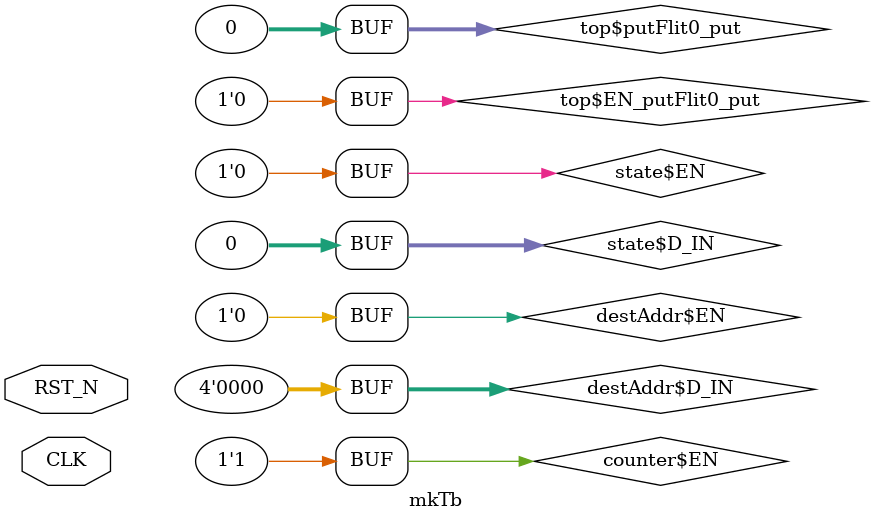
<source format=v>

`ifdef BSV_ASSIGNMENT_DELAY
`else
  `define BSV_ASSIGNMENT_DELAY
`endif

`ifdef BSV_POSITIVE_RESET
  `define BSV_RESET_VALUE 1'b1
  `define BSV_RESET_EDGE posedge
`else
  `define BSV_RESET_VALUE 1'b0
  `define BSV_RESET_EDGE negedge
`endif

module mkTb(CLK,
	    RST_N);
  input  CLK;
  input  RST_N;

  // register counter
  reg [31 : 0] counter;
  wire [31 : 0] counter$D_IN;
  wire counter$EN;

  // register destAddr
  reg [3 : 0] destAddr;
  wire [3 : 0] destAddr$D_IN;
  wire destAddr$EN;

  // register state
  reg [31 : 0] state;
  wire [31 : 0] state$D_IN;
  wire state$EN;

  // ports of submodule top
  wire [31 : 0] top$getFlit0_get, top$putFlit0_put;
  wire top$EN_getFlit0_get, top$EN_putFlit0_put, top$RDY_getFlit0_get;

  // submodule top
  mkMFpgaTop top(.CLK(CLK),
		 .RST_N(RST_N),
		 .putFlit0_put(top$putFlit0_put),
		 .EN_putFlit0_put(top$EN_putFlit0_put),
		 .EN_getFlit0_get(top$EN_getFlit0_get),
		 .RDY_putFlit0_put(),
		 .getFlit0_get(top$getFlit0_get),
		 .RDY_getFlit0_get(top$RDY_getFlit0_get));

  // register counter
  assign counter$D_IN = counter + 32'd1 ;
  assign counter$EN = 1'd1 ;

  // register destAddr
  assign destAddr$D_IN = 4'h0 ;
  assign destAddr$EN = 1'b0 ;

  // register state
  assign state$D_IN = 32'h0 ;
  assign state$EN = 1'b0 ;

  // submodule top
  assign top$putFlit0_put = 32'h0 ;
  assign top$EN_putFlit0_put = 1'b0 ;
  assign top$EN_getFlit0_get = top$RDY_getFlit0_get ;

  // handling of inlined registers

  always@(posedge CLK)
  begin
    if (RST_N == `BSV_RESET_VALUE)
      begin
        counter <= `BSV_ASSIGNMENT_DELAY 32'd0;
	destAddr <= `BSV_ASSIGNMENT_DELAY 4'd1;
	state <= `BSV_ASSIGNMENT_DELAY 32'd0;
      end
    else
      begin
        if (counter$EN) counter <= `BSV_ASSIGNMENT_DELAY counter$D_IN;
	if (destAddr$EN) destAddr <= `BSV_ASSIGNMENT_DELAY destAddr$D_IN;
	if (state$EN) state <= `BSV_ASSIGNMENT_DELAY state$D_IN;
      end
  end

  // synopsys translate_off
  `ifdef BSV_NO_INITIAL_BLOCKS
  `else // not BSV_NO_INITIAL_BLOCKS
  initial
  begin
    counter = 32'hAAAAAAAA;
    destAddr = 4'hA;
    state = 32'hAAAAAAAA;
  end
  `endif // BSV_NO_INITIAL_BLOCKS
  // synopsys translate_on

  // handling of system tasks

  // synopsys translate_off
  always@(negedge CLK)
  begin
    #0;
    if (RST_N != `BSV_RESET_VALUE) if (top$RDY_getFlit0_get) $write("PORT0 ");
    if (RST_N != `BSV_RESET_VALUE)
      if (top$RDY_getFlit0_get) $write("Flit { ", "valid: ");
    if (RST_N != `BSV_RESET_VALUE)
      if (top$RDY_getFlit0_get) $write("'h%h", top$getFlit0_get[31]);
    if (RST_N != `BSV_RESET_VALUE)
      if (top$RDY_getFlit0_get) $write(", ", "is_tail: ");
    if (RST_N != `BSV_RESET_VALUE)
      if (top$RDY_getFlit0_get) $write("'h%h", top$getFlit0_get[30]);
    if (RST_N != `BSV_RESET_VALUE)
      if (top$RDY_getFlit0_get) $write(", ", "destAddr: ");
    if (RST_N != `BSV_RESET_VALUE)
      if (top$RDY_getFlit0_get) $write("'h%h", top$getFlit0_get[29:26]);
    if (RST_N != `BSV_RESET_VALUE)
      if (top$RDY_getFlit0_get) $write(", ", "vc: ");
    if (RST_N != `BSV_RESET_VALUE)
      if (top$RDY_getFlit0_get) $write("'h%h", top$getFlit0_get[25]);
    if (RST_N != `BSV_RESET_VALUE)
      if (top$RDY_getFlit0_get) $write(", ", "data: ");
    if (RST_N != `BSV_RESET_VALUE)
      if (top$RDY_getFlit0_get) $write("'h%h", top$getFlit0_get[24:0], " }");
    if (RST_N != `BSV_RESET_VALUE)
      if (top$RDY_getFlit0_get) $write(" at cc=%d", $signed(counter), "\n");
  end
  // synopsys translate_on
endmodule  // mkTb


</source>
